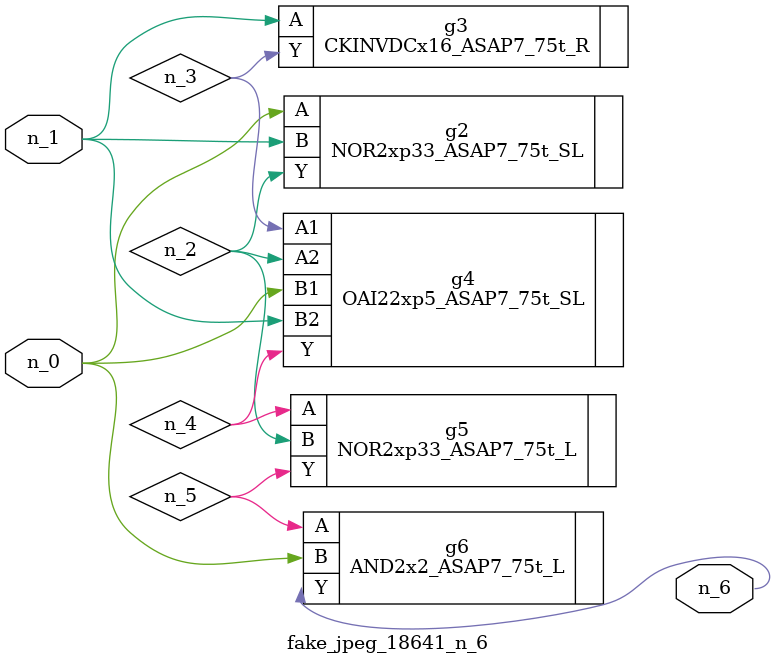
<source format=v>
module fake_jpeg_18641_n_6 (n_0, n_1, n_6);

input n_0;
input n_1;

output n_6;

wire n_2;
wire n_3;
wire n_4;
wire n_5;

NOR2xp33_ASAP7_75t_SL g2 ( 
.A(n_0),
.B(n_1),
.Y(n_2)
);

CKINVDCx16_ASAP7_75t_R g3 ( 
.A(n_1),
.Y(n_3)
);

OAI22xp5_ASAP7_75t_SL g4 ( 
.A1(n_3),
.A2(n_2),
.B1(n_0),
.B2(n_1),
.Y(n_4)
);

NOR2xp33_ASAP7_75t_L g5 ( 
.A(n_4),
.B(n_2),
.Y(n_5)
);

AND2x2_ASAP7_75t_L g6 ( 
.A(n_5),
.B(n_0),
.Y(n_6)
);


endmodule
</source>
